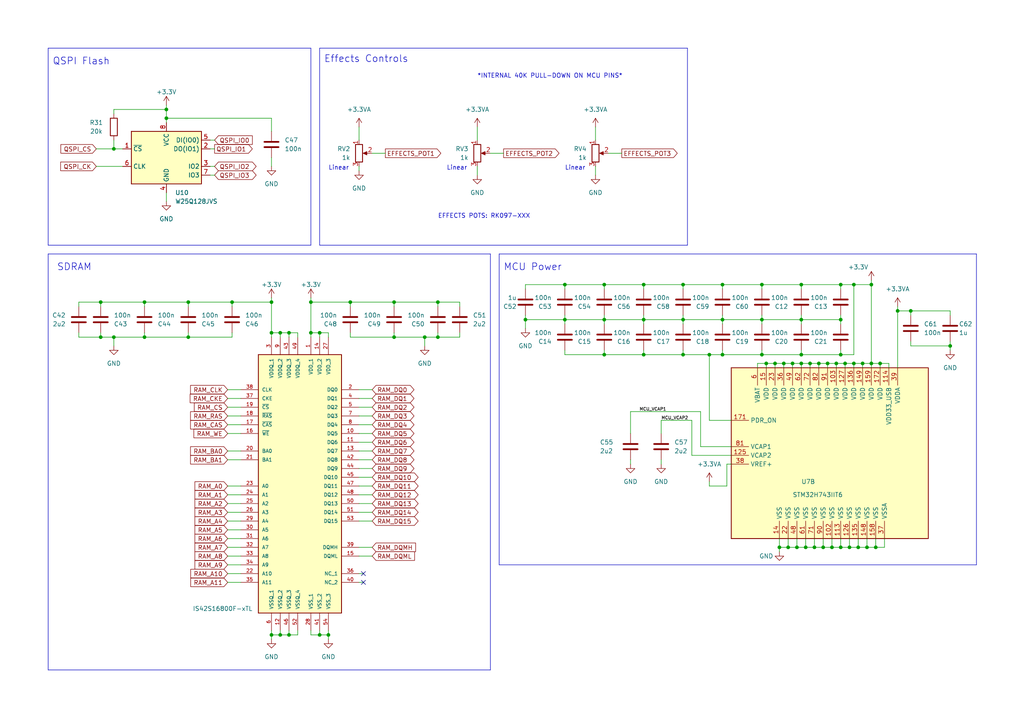
<source format=kicad_sch>
(kicad_sch (version 20230121) (generator eeschema)
  (paper "A4")
  (title_block (rev "v1.0"))
  (lib_symbols
    (symbol "Device:C" (pin_numbers hide) (pin_names (offset 0.254))
      (property "Reference" "C" (at 0.635 2.54 0))
      (property "Value" "C" (at 0.635 -2.54 0))
      (symbol "C_1_1"
        (pin passive line (at 0 3.81 270) (length 2.794) (name "~") (number "1"))
        (pin passive line (at 0 -3.81 90) (length 2.794) (name "~") (number "2"))
      )
    )
    (symbol "Device:R" (pin_numbers hide) (pin_names (offset 0))
      (property "Reference" "R" (at 2.032 0 90))
      (property "Value" "R" (at 0 0 90))
      (symbol "R_1_1"
        (pin passive line (at 0 3.81 270) (length 1.27) (name "~") (number "1"))
        (pin passive line (at 0 -3.81 90) (length 1.27) (name "~") (number "2"))
      )
    )
    (symbol "Device:R_Potentiometer" (pin_names (offset 1.016) hide)
      (property "Reference" "RV" (at -4.445 0 90))
      (property "Value" "R_Potentiometer" (at -2.54 0 90))
      (symbol "R_Potentiometer_1_1"
        (pin passive line (at 0 3.81 270) (length 1.27) (name "1") (number "1"))
        (pin passive line (at 3.81 0 180) (length 1.27) (name "2") (number "2"))
        (pin passive line (at 0 -3.81 90) (length 1.27) (name "3") (number "3"))
      )
    )
    (symbol "MCU_ST_STM32H7:STM32H743IITx"
      (property "Reference" "U7" (at -7.62 -8.89 0))
      (property "Value" "STM32H743IIT6" (at -10.16 -12.7 0))
      (symbol "STM32H743IITx_1_1"
        (pin bidirectional line (at -34.29 2.54 0) (length 5.08) (name "PC15") (number "10"))
        (pin bidirectional line (at -34.29 -33.02 0) (length 5.08) (name "PD12") (number "100"))
        (pin bidirectional line (at -34.29 -35.56 0) (length 5.08) (name "PD13") (number "101"))
        (pin bidirectional line (at -34.29 -38.1 0) (length 5.08) (name "PD14") (number "104"))
        (pin bidirectional line (at -34.29 -40.64 0) (length 5.08) (name "PD15") (number "105"))
        (pin bidirectional line (at -34.29 25.4 0) (length 5.08) (name "PC6") (number "115"))
        (pin bidirectional line (at -34.29 22.86 0) (length 5.08) (name "PC7") (number "116"))
        (pin bidirectional line (at -34.29 20.32 0) (length 5.08) (name "PC8") (number "117"))
        (pin bidirectional line (at -34.29 17.78 0) (length 5.08) (name "PC9") (number "118"))
        (pin bidirectional line (at 36.83 20.32 180) (length 5.08) (name "PA8") (number "119"))
        (pin bidirectional line (at 36.83 17.78 180) (length 5.08) (name "PA9") (number "120"))
        (pin bidirectional line (at 36.83 15.24 180) (length 5.08) (name "PA10") (number "121"))
        (pin bidirectional line (at 36.83 7.62 180) (length 5.08) (name "PA13") (number "124"))
        (pin bidirectional line (at 36.83 5.08 180) (length 5.08) (name "PA14") (number "137"))
        (pin bidirectional line (at 36.83 2.54 180) (length 5.08) (name "PA15") (number "138"))
        (pin bidirectional line (at -34.29 15.24 0) (length 5.08) (name "PC10") (number "139"))
        (pin bidirectional line (at -34.29 12.7 0) (length 5.08) (name "PC11") (number "140"))
        (pin bidirectional line (at -34.29 10.16 0) (length 5.08) (name "PC12") (number "141"))
        (pin bidirectional line (at -34.29 -2.54 0) (length 5.08) (name "PD0") (number "142"))
        (pin bidirectional line (at -34.29 -5.08 0) (length 5.08) (name "PD1") (number "143"))
        (pin bidirectional line (at -34.29 -7.62 0) (length 5.08) (name "PD2") (number "144"))
        (pin bidirectional line (at -34.29 -10.16 0) (length 5.08) (name "PD3") (number "145"))
        (pin bidirectional line (at -34.29 -12.7 0) (length 5.08) (name "PD4") (number "146"))
        (pin bidirectional line (at -34.29 -15.24 0) (length 5.08) (name "PD5") (number "147"))
        (pin bidirectional line (at -34.29 -17.78 0) (length 5.08) (name "PD6") (number "150"))
        (pin bidirectional line (at -34.29 -20.32 0) (length 5.08) (name "PD7") (number "151"))
        (pin bidirectional line (at 36.83 -10.16 180) (length 5.08) (name "PB3") (number "161"))
        (pin bidirectional line (at 36.83 -12.7 180) (length 5.08) (name "PB4") (number "162"))
        (pin bidirectional line (at 36.83 -15.24 180) (length 5.08) (name "PB5") (number "163"))
        (pin bidirectional line (at 36.83 -17.78 180) (length 5.08) (name "PB6") (number "164"))
        (pin bidirectional line (at 36.83 -20.32 180) (length 5.08) (name "PB7") (number "165"))
        (pin bidirectional line (at 36.83 -22.86 180) (length 5.08) (name "PB8") (number "167"))
        (pin bidirectional line (at 36.83 -25.4 180) (length 5.08) (name "PB9") (number "168"))
        (pin bidirectional line (at -34.29 40.64 0) (length 5.08) (name "PC0") (number "32"))
        (pin bidirectional line (at -34.29 38.1 0) (length 5.08) (name "PC1") (number "33"))
        (pin bidirectional line (at -34.29 35.56 0) (length 5.08) (name "PC2_C") (number "34"))
        (pin bidirectional line (at -34.29 33.02 0) (length 5.08) (name "PC3_C") (number "35"))
        (pin bidirectional line (at 36.83 40.64 180) (length 5.08) (name "PA0") (number "40"))
        (pin bidirectional line (at 36.83 38.1 180) (length 5.08) (name "PA1") (number "41"))
        (pin bidirectional line (at 36.83 35.56 180) (length 5.08) (name "PA2") (number "42"))
        (pin bidirectional line (at 36.83 33.02 180) (length 5.08) (name "PA3") (number "47"))
        (pin bidirectional line (at 36.83 30.48 180) (length 5.08) (name "PA4") (number "50"))
        (pin bidirectional line (at 36.83 27.94 180) (length 5.08) (name "PA5") (number "51"))
        (pin bidirectional line (at 36.83 25.4 180) (length 5.08) (name "PA6") (number "52"))
        (pin bidirectional line (at 36.83 22.86 180) (length 5.08) (name "PA7") (number "53"))
        (pin bidirectional line (at -34.29 30.48 0) (length 5.08) (name "PC4") (number "54"))
        (pin bidirectional line (at -34.29 27.94 0) (length 5.08) (name "PC5") (number "55"))
        (pin bidirectional line (at 36.83 -2.54 180) (length 5.08) (name "PB0") (number "56"))
        (pin bidirectional line (at 36.83 -5.08 180) (length 5.08) (name "PB1") (number "57"))
        (pin bidirectional line (at 36.83 -7.62 180) (length 5.08) (name "PB2") (number "58"))
        (pin bidirectional line (at 36.83 -27.94 180) (length 5.08) (name "PB10") (number "79"))
        (pin bidirectional line (at -34.29 7.62 0) (length 5.08) (name "PC13") (number "8"))
        (pin bidirectional line (at 36.83 -30.48 180) (length 5.08) (name "PB11") (number "80"))
        (pin bidirectional line (at -34.29 5.08 0) (length 5.08) (name "PC14") (number "9"))
        (pin bidirectional line (at 36.83 -33.02 180) (length 5.08) (name "PB12") (number "92"))
        (pin bidirectional line (at 36.83 -35.56 180) (length 5.08) (name "PB13") (number "93"))
        (pin bidirectional line (at 36.83 -38.1 180) (length 5.08) (name "PB14") (number "94"))
        (pin bidirectional line (at 36.83 -40.64 180) (length 5.08) (name "PB15") (number "95"))
        (pin bidirectional line (at -34.29 -22.86 0) (length 5.08) (name "PD8") (number "96"))
        (pin bidirectional line (at -34.29 -25.4 0) (length 5.08) (name "PD9") (number "97"))
        (pin bidirectional line (at -34.29 -27.94 0) (length 5.08) (name "PD10") (number "98"))
        (pin bidirectional line (at -34.29 -30.48 0) (length 5.08) (name "PD11") (number "99"))
      )
      (symbol "STM32H743IITx_2_1"
        (pin power_in line (at 1.27 -25.4 90) (length 5.08) (name "VSS") (number "102"))
        (pin power_in line (at 2.54 24.13 270) (length 5.08) (name "VDD") (number "103"))
        (pin power_in line (at 3.81 -25.4 90) (length 5.08) (name "VSS") (number "113"))
        (pin power_in line (at 17.78 24.13 270) (length 5.08) (name "VDD33_USB") (number "114"))
        (pin power_in line (at -27.94 -1.27 0) (length 5.08) (name "VCAP2") (number "125"))
        (pin power_in line (at 6.35 -25.4 90) (length 5.08) (name "VSS") (number "126"))
        (pin power_in line (at 5.08 24.13 270) (length 5.08) (name "VDD") (number "127"))
        (pin power_in line (at 8.89 -25.4 90) (length 5.08) (name "VSS") (number "135"))
        (pin power_in line (at 7.62 24.13 270) (length 5.08) (name "VDD") (number "136"))
        (pin power_in line (at -13.97 -25.4 90) (length 5.08) (name "VSS") (number "14"))
        (pin power_in line (at 11.43 -25.4 90) (length 5.08) (name "VSS") (number "148"))
        (pin power_in line (at 10.16 24.13 270) (length 5.08) (name "VDD") (number "149"))
        (pin power_in line (at -17.78 24.13 270) (length 5.08) (name "VDD") (number "15"))
        (pin power_in line (at 13.97 -25.4 90) (length 5.08) (name "VSS") (number "158"))
        (pin power_in line (at 12.7 24.13 270) (length 5.08) (name "VDD") (number "159"))
        (pin input line (at -27.94 8.89 0) (length 5.08) (name "PDR_ON") (number "171"))
        (pin power_in line (at 15.24 24.13 270) (length 5.08) (name "VDD") (number "172"))
        (pin power_in line (at -11.43 -25.4 90) (length 5.08) (name "VSS") (number "22"))
        (pin power_in line (at -15.24 24.13 270) (length 5.08) (name "VDD") (number "23"))
        (pin power_in line (at -12.7 24.13 270) (length 5.08) (name "VDD") (number "36"))
        (pin power_in line (at 16.51 -25.4 90) (length 5.08) (name "VSSA") (number "37"))
        (pin bidirectional line (at -27.94 -3.81 0) (length 5.08) (name "VREF+") (number "38"))
        (pin power_in line (at 20.32 24.13 270) (length 5.08) (name "VDDA") (number "39"))
        (pin power_in line (at -8.89 -25.4 90) (length 5.08) (name "VSS") (number "48"))
        (pin power_in line (at -10.16 24.13 270) (length 5.08) (name "VDD") (number "49"))
        (pin power_in line (at -20.32 24.13 270) (length 5.08) (name "VBAT") (number "6"))
        (pin power_in line (at -6.35 -25.4 90) (length 5.08) (name "VSS") (number "61"))
        (pin power_in line (at -7.62 24.13 270) (length 5.08) (name "VDD") (number "62"))
        (pin power_in line (at -3.81 -25.4 90) (length 5.08) (name "VSS") (number "71"))
        (pin power_in line (at -5.08 24.13 270) (length 5.08) (name "VDD") (number "72"))
        (pin power_in line (at -27.94 1.27 0) (length 5.08) (name "VCAP1") (number "81"))
        (pin power_in line (at -2.54 24.13 270) (length 5.08) (name "VDD") (number "82"))
        (pin power_in line (at -1.27 -25.4 90) (length 5.08) (name "VSS") (number "90"))
        (pin power_in line (at 0 24.13 270) (length 5.08) (name "VDD") (number "91"))
      )
      (symbol "STM32H743IITx_3_1"
        (pin bidirectional line (at 11.43 1.27 180) (length 5.08) (name "PA11") (number "122"))
        (pin bidirectional line (at 11.43 -1.27 180) (length 5.08) (name "PA12") (number "123"))
        (pin input line (at -12.7 -3.81 0) (length 5.08) (name "BOOT0") (number "166"))
        (pin input line (at -12.7 3.81 0) (length 5.08) (name "NRST") (number "31"))
      )
      (symbol "STM32H743IITx_4_1"
        (pin bidirectional line (at 35.56 101.6 180) (length 5.08) (name "PE2") (number "1"))
        (pin bidirectional line (at -35.56 25.4 0) (length 5.08) (name "PG2") (number "106"))
        (pin bidirectional line (at -35.56 22.86 0) (length 5.08) (name "PG3") (number "107"))
        (pin bidirectional line (at -35.56 20.32 0) (length 5.08) (name "PG4") (number "108"))
        (pin bidirectional line (at -35.56 17.78 0) (length 5.08) (name "PG5") (number "109"))
        (pin bidirectional line (at -35.56 83.82 0) (length 5.08) (name "PI9") (number "11"))
        (pin bidirectional line (at -35.56 15.24 0) (length 5.08) (name "PG6") (number "110"))
        (pin bidirectional line (at -35.56 12.7 0) (length 5.08) (name "PG7") (number "111"))
        (pin bidirectional line (at -35.56 10.16 0) (length 5.08) (name "PG8") (number "112"))
        (pin bidirectional line (at -35.56 81.28 0) (length 5.08) (name "PI10") (number "12"))
        (pin bidirectional line (at -35.56 40.64 0) (length 5.08) (name "PH13") (number "128"))
        (pin bidirectional line (at -35.56 38.1 0) (length 5.08) (name "PH14") (number "129"))
        (pin bidirectional line (at -35.56 78.74 0) (length 5.08) (name "PI11") (number "13"))
        (pin bidirectional line (at -35.56 35.56 0) (length 5.08) (name "PH15") (number "130"))
        (pin bidirectional line (at -35.56 106.68 0) (length 5.08) (name "PI0") (number "131"))
        (pin bidirectional line (at -35.56 104.14 0) (length 5.08) (name "PI1") (number "132"))
        (pin bidirectional line (at -35.56 101.6 0) (length 5.08) (name "PI2") (number "133"))
        (pin bidirectional line (at -35.56 99.06 0) (length 5.08) (name "PI3") (number "134"))
        (pin bidirectional line (at -35.56 7.62 0) (length 5.08) (name "PG9") (number "152"))
        (pin bidirectional line (at -35.56 5.08 0) (length 5.08) (name "PG10") (number "153"))
        (pin bidirectional line (at -35.56 2.54 0) (length 5.08) (name "PG11") (number "154"))
        (pin bidirectional line (at -35.56 0 0) (length 5.08) (name "PG12") (number "155"))
        (pin bidirectional line (at -35.56 -2.54 0) (length 5.08) (name "PG13") (number "156"))
        (pin bidirectional line (at -35.56 -5.08 0) (length 5.08) (name "PG14") (number "157"))
        (pin bidirectional line (at 35.56 62.23 180) (length 5.08) (name "PF0") (number "16"))
        (pin bidirectional line (at -35.56 -7.62 0) (length 5.08) (name "PG15") (number "160"))
        (pin bidirectional line (at 35.56 106.68 180) (length 5.08) (name "PE0") (number "169"))
        (pin bidirectional line (at 35.56 59.69 180) (length 5.08) (name "PF1") (number "17"))
        (pin bidirectional line (at 35.56 104.14 180) (length 5.08) (name "PE1") (number "170"))
        (pin bidirectional line (at -35.56 96.52 0) (length 5.08) (name "PI4") (number "173"))
        (pin bidirectional line (at -35.56 93.98 0) (length 5.08) (name "PI5") (number "174"))
        (pin bidirectional line (at -35.56 91.44 0) (length 5.08) (name "PI6") (number "175"))
        (pin bidirectional line (at -35.56 88.9 0) (length 5.08) (name "PI7") (number "176"))
        (pin bidirectional line (at 35.56 57.15 180) (length 5.08) (name "PF2") (number "18"))
        (pin bidirectional line (at 35.56 54.61 180) (length 5.08) (name "PF3") (number "19"))
        (pin bidirectional line (at 35.56 99.06 180) (length 5.08) (name "PE3") (number "2"))
        (pin bidirectional line (at 35.56 52.07 180) (length 5.08) (name "PF4") (number "20"))
        (pin bidirectional line (at 35.56 49.53 180) (length 5.08) (name "PF5") (number "21"))
        (pin bidirectional line (at 35.56 46.99 180) (length 5.08) (name "PF6") (number "24"))
        (pin bidirectional line (at 35.56 44.45 180) (length 5.08) (name "PF7") (number "25"))
        (pin bidirectional line (at 35.56 41.91 180) (length 5.08) (name "PF8") (number "26"))
        (pin bidirectional line (at 35.56 39.37 180) (length 5.08) (name "PF9") (number "27"))
        (pin bidirectional line (at 35.56 36.83 180) (length 5.08) (name "PF10") (number "28"))
        (pin input line (at -35.56 73.66 0) (length 5.08) (name "PH0") (number "29"))
        (pin bidirectional line (at 35.56 96.52 180) (length 5.08) (name "PE4") (number "3"))
        (pin input line (at -35.56 71.12 0) (length 5.08) (name "PH1") (number "30"))
        (pin bidirectional line (at 35.56 93.98 180) (length 5.08) (name "PE5") (number "4"))
        (pin bidirectional line (at -35.56 68.58 0) (length 5.08) (name "PH2") (number "43"))
        (pin bidirectional line (at -35.56 66.04 0) (length 5.08) (name "PH3") (number "44"))
        (pin bidirectional line (at -35.56 63.5 0) (length 5.08) (name "PH4") (number "45"))
        (pin bidirectional line (at -35.56 60.96 0) (length 5.08) (name "PH5") (number "46"))
        (pin bidirectional line (at 35.56 91.44 180) (length 5.08) (name "PE6") (number "5"))
        (pin bidirectional line (at 35.56 34.29 180) (length 5.08) (name "PF11") (number "59"))
        (pin bidirectional line (at 35.56 31.75 180) (length 5.08) (name "PF12") (number "60"))
        (pin bidirectional line (at 35.56 29.21 180) (length 5.08) (name "PF13") (number "63"))
        (pin bidirectional line (at 35.56 26.67 180) (length 5.08) (name "PF14") (number "64"))
        (pin bidirectional line (at 35.56 24.13 180) (length 5.08) (name "PF15") (number "65"))
        (pin bidirectional line (at -35.56 30.48 0) (length 5.08) (name "PG0") (number "66"))
        (pin bidirectional line (at -35.56 27.94 0) (length 5.08) (name "PG1") (number "67"))
        (pin bidirectional line (at 35.56 88.9 180) (length 5.08) (name "PE7") (number "68"))
        (pin bidirectional line (at 35.56 86.36 180) (length 5.08) (name "PE8") (number "69"))
        (pin bidirectional line (at -35.56 86.36 0) (length 5.08) (name "PI8") (number "7"))
        (pin bidirectional line (at 35.56 83.82 180) (length 5.08) (name "PE9") (number "70"))
        (pin bidirectional line (at 35.56 81.28 180) (length 5.08) (name "PE10") (number "73"))
        (pin bidirectional line (at 35.56 78.74 180) (length 5.08) (name "PE11") (number "74"))
        (pin bidirectional line (at 35.56 76.2 180) (length 5.08) (name "PE12") (number "75"))
        (pin bidirectional line (at 35.56 73.66 180) (length 5.08) (name "PE13") (number "76"))
        (pin bidirectional line (at 35.56 71.12 180) (length 5.08) (name "PE14") (number "77"))
        (pin bidirectional line (at 35.56 68.58 180) (length 5.08) (name "PE15") (number "78"))
        (pin bidirectional line (at -35.56 58.42 0) (length 5.08) (name "PH6") (number "83"))
        (pin bidirectional line (at -35.56 55.88 0) (length 5.08) (name "PH7") (number "84"))
        (pin bidirectional line (at -35.56 53.34 0) (length 5.08) (name "PH8") (number "85"))
        (pin bidirectional line (at -35.56 50.8 0) (length 5.08) (name "PH9") (number "86"))
        (pin bidirectional line (at -35.56 48.26 0) (length 5.08) (name "PH10") (number "87"))
        (pin bidirectional line (at -35.56 45.72 0) (length 5.08) (name "PH11") (number "88"))
        (pin bidirectional line (at -35.56 43.18 0) (length 5.08) (name "PH12") (number "89"))
      )
    )
    (symbol "Memory_Flash:W25Q128JVS"
      (property "Reference" "U" (at -8.89 8.89 0))
      (property "Value" "W25Q128JVS" (at 7.62 8.89 0))
      (symbol "W25Q128JVS_1_1"
        (pin input line (at -12.7 2.54 0) (length 2.54) (name "~{CS}") (number "1"))
        (pin bidirectional line (at 12.7 2.54 180) (length 2.54) (name "DO(IO1)") (number "2"))
        (pin bidirectional line (at 12.7 -2.54 180) (length 2.54) (name "IO2") (number "3"))
        (pin power_in line (at 0 -10.16 90) (length 2.54) (name "GND") (number "4"))
        (pin bidirectional line (at 12.7 5.08 180) (length 2.54) (name "DI(IO0)") (number "5"))
        (pin input line (at -12.7 -2.54 0) (length 2.54) (name "CLK") (number "6"))
        (pin bidirectional line (at 12.7 -5.08 180) (length 2.54) (name "IO3") (number "7"))
        (pin power_in line (at 0 10.16 270) (length 2.54) (name "VCC") (number "8"))
      )
    )
    (symbol "Memory_RAM1:IS42S16800F-xTL" (pin_names (offset 1.016))
      (property "Reference" "U8" (at -31.75 -31.75 0))
      (property "Value" "IS42S16800F-xTL" (at -31.75 -34.29 0))
      (symbol "IS42S16800F-xTL_0_0"
        (pin bidirectional line (at 2.54 44.45 270) (length 5.08) (name "VDD_1") (number "1"))
        (pin bidirectional line (at 16.51 16.51 180) (length 5.08) (name "DQ5") (number "10"))
        (pin bidirectional line (at 16.51 13.97 180) (length 5.08) (name "DQ6") (number "11"))
        (pin bidirectional line (at -6.35 -40.64 90) (length 5.08) (name "VSSQ_2") (number "12"))
        (pin bidirectional line (at 16.51 11.43 180) (length 5.08) (name "DQ7") (number "13"))
        (pin bidirectional line (at 5.08 44.45 270) (length 5.08) (name "VDD_2") (number "14"))
        (pin bidirectional line (at 16.51 -19.05 180) (length 5.08) (name "DQML") (number "15"))
        (pin bidirectional line (at -17.78 16.51 0) (length 5.08) (name "~{WE}") (number "16"))
        (pin bidirectional line (at -17.78 19.05 0) (length 5.08) (name "~{CAS}") (number "17"))
        (pin bidirectional line (at -17.78 21.59 0) (length 5.08) (name "~{RAS}") (number "18"))
        (pin bidirectional line (at -17.78 24.13 0) (length 5.08) (name "~{CS}") (number "19"))
        (pin bidirectional line (at 16.51 29.21 180) (length 5.08) (name "DQ0") (number "2"))
        (pin bidirectional line (at -17.78 11.43 0) (length 5.08) (name "BA0") (number "20"))
        (pin bidirectional line (at -17.78 8.89 0) (length 5.08) (name "BA1") (number "21"))
        (pin bidirectional line (at -17.78 -24.13 0) (length 5.08) (name "A10") (number "22"))
        (pin bidirectional line (at -17.78 1.27 0) (length 5.08) (name "A0") (number "23"))
        (pin bidirectional line (at -17.78 -1.27 0) (length 5.08) (name "A1") (number "24"))
        (pin bidirectional line (at -17.78 -3.81 0) (length 5.08) (name "A2") (number "25"))
        (pin bidirectional line (at -17.78 -6.35 0) (length 5.08) (name "A3") (number "26"))
        (pin bidirectional line (at 7.62 44.45 270) (length 5.08) (name "VDD_3") (number "27"))
        (pin bidirectional line (at 2.54 -40.64 90) (length 5.08) (name "VSS_1") (number "28"))
        (pin bidirectional line (at -17.78 -8.89 0) (length 5.08) (name "A4") (number "29"))
        (pin bidirectional line (at -8.89 44.45 270) (length 5.08) (name "VDDQ_1") (number "3"))
        (pin bidirectional line (at -17.78 -11.43 0) (length 5.08) (name "A5") (number "30"))
        (pin bidirectional line (at -17.78 -13.97 0) (length 5.08) (name "A6") (number "31"))
        (pin bidirectional line (at -17.78 -16.51 0) (length 5.08) (name "A7") (number "32"))
        (pin bidirectional line (at -17.78 -19.05 0) (length 5.08) (name "A8") (number "33"))
        (pin bidirectional line (at -17.78 -21.59 0) (length 5.08) (name "A9") (number "34"))
        (pin bidirectional line (at -17.78 -26.67 0) (length 5.08) (name "A11") (number "35"))
        (pin bidirectional line (at 16.51 -24.13 180) (length 5.08) (name "NC_1") (number "36"))
        (pin bidirectional line (at -17.78 26.67 0) (length 5.08) (name "CKE") (number "37"))
        (pin bidirectional line (at -17.78 29.21 0) (length 5.08) (name "CLK") (number "38"))
        (pin bidirectional line (at 16.51 -16.51 180) (length 5.08) (name "DQMH") (number "39"))
        (pin bidirectional line (at 16.51 26.67 180) (length 5.08) (name "DQ1") (number "4"))
        (pin bidirectional line (at 16.51 -26.67 180) (length 5.08) (name "NC_2") (number "40"))
        (pin bidirectional line (at 5.08 -40.64 90) (length 5.08) (name "VSS_2") (number "41"))
        (pin bidirectional line (at 16.51 8.89 180) (length 5.08) (name "DQ8") (number "42"))
        (pin bidirectional line (at -3.81 44.45 270) (length 5.08) (name "VDDQ_3") (number "43"))
        (pin bidirectional line (at 16.51 6.35 180) (length 5.08) (name "DQ9") (number "44"))
        (pin bidirectional line (at 16.51 3.81 180) (length 5.08) (name "DQ10") (number "45"))
        (pin bidirectional line (at -3.81 -40.64 90) (length 5.08) (name "VSSQ_3") (number "46"))
        (pin bidirectional line (at 16.51 1.27 180) (length 5.08) (name "DQ11") (number "47"))
        (pin bidirectional line (at 16.51 -1.27 180) (length 5.08) (name "DQ12") (number "48"))
        (pin bidirectional line (at -1.27 44.45 270) (length 5.08) (name "VDDQ_4") (number "49"))
        (pin bidirectional line (at 16.51 24.13 180) (length 5.08) (name "DQ2") (number "5"))
        (pin bidirectional line (at 16.51 -3.81 180) (length 5.08) (name "DQ13") (number "50"))
        (pin bidirectional line (at 16.51 -6.35 180) (length 5.08) (name "DQ14") (number "51"))
        (pin bidirectional line (at -1.27 -40.64 90) (length 5.08) (name "VSSQ_4") (number "52"))
        (pin bidirectional line (at 16.51 -8.89 180) (length 5.08) (name "DQ15") (number "53"))
        (pin bidirectional line (at 7.62 -40.64 90) (length 5.08) (name "VSS_3") (number "54"))
        (pin bidirectional line (at -8.89 -40.64 90) (length 5.08) (name "VSSQ_1") (number "6"))
        (pin bidirectional line (at 16.51 21.59 180) (length 5.08) (name "DQ3") (number "7"))
        (pin bidirectional line (at 16.51 19.05 180) (length 5.08) (name "DQ4") (number "8"))
        (pin bidirectional line (at -6.35 44.45 270) (length 5.08) (name "VDDQ_2") (number "9"))
      )
    )
    (symbol "power:+3.3V" (power) (pin_names (offset 0))
      (property "Value" "+3.3V" (at 0 3.556 0))
      (symbol "+3.3V_1_1"
        (pin power_in line (at 0 0 90) (length 0) hide (name "+3.3V") (number "1"))
      )
    )
    (symbol "power:+3.3VA" (power) (pin_names (offset 0))
      (property "Value" "+3.3VA" (at 0 3.556 0))
      (symbol "+3.3VA_1_1"
        (pin power_in line (at 0 0 90) (length 0) hide (name "+3.3VA") (number "1"))
      )
    )
    (symbol "power:GND" (power) (pin_names (offset 0))
      (property "Value" "GND" (at 0 -3.81 0))
      (symbol "GND_1_1"
        (pin power_in line (at 0 0 270) (length 0) hide (name "GND") (number "1"))
      )
    )
  )
  (junction (at 220.98 92.71))
  (junction (at 95.25 184.15))
  (junction (at 220.98 82.55))
  (junction (at 33.02 97.79))
  (junction (at 41.91 87.63))
  (junction (at 243.84 82.55))
  (junction (at 41.91 97.79))
  (junction (at 205.74 102.87))
  (junction (at 127 97.79))
  (junction (at 186.69 92.71))
  (junction (at 123.19 97.79))
  (junction (at 245.11 105.41))
  (junction (at 92.71 184.15))
  (junction (at 227.33 105.41))
  (junction (at 222.25 105.41))
  (junction (at 175.26 102.87))
  (junction (at 252.73 82.55))
  (junction (at 238.76 158.75))
  (junction (at 198.12 92.71))
  (junction (at 29.21 87.63))
  (junction (at 92.71 96.52))
  (junction (at 67.31 87.63))
  (junction (at 248.92 158.75))
  (junction (at 78.74 87.63))
  (junction (at 101.6 87.63))
  (junction (at 209.55 92.71))
  (junction (at 233.68 158.75))
  (junction (at 90.17 96.52))
  (junction (at 48.26 34.29))
  (junction (at 175.26 92.71))
  (junction (at 254 158.75))
  (junction (at 186.69 82.55))
  (junction (at 198.12 102.87))
  (junction (at 220.98 102.87))
  (junction (at 114.3 87.63))
  (junction (at 54.61 87.63))
  (junction (at 228.6 158.75))
  (junction (at 33.02 43.18))
  (junction (at 198.12 82.55))
  (junction (at 242.57 105.41))
  (junction (at 234.95 105.41))
  (junction (at 264.16 90.17))
  (junction (at 260.35 90.17))
  (junction (at 275.59 100.33))
  (junction (at 83.82 184.15))
  (junction (at 209.55 82.55))
  (junction (at 247.65 82.55))
  (junction (at 163.83 82.55))
  (junction (at 81.28 184.15))
  (junction (at 232.41 92.71))
  (junction (at 83.82 96.52))
  (junction (at 78.74 96.52))
  (junction (at 163.83 92.71))
  (junction (at 209.55 102.87))
  (junction (at 48.26 31.75))
  (junction (at 255.27 105.41))
  (junction (at 232.41 82.55))
  (junction (at 240.03 105.41))
  (junction (at 236.22 158.75))
  (junction (at 229.87 105.41))
  (junction (at 232.41 102.87))
  (junction (at 243.84 158.75))
  (junction (at 152.4 92.71))
  (junction (at 243.84 102.87))
  (junction (at 237.49 105.41))
  (junction (at 114.3 97.79))
  (junction (at 251.46 158.75))
  (junction (at 252.73 105.41))
  (junction (at 29.21 97.79))
  (junction (at 226.06 158.75))
  (junction (at 175.26 82.55))
  (junction (at 127 87.63))
  (junction (at 78.74 184.15))
  (junction (at 186.69 102.87))
  (junction (at 250.19 105.41))
  (junction (at 54.61 97.79))
  (junction (at 231.14 158.75))
  (junction (at 243.84 92.71))
  (junction (at 247.65 105.41))
  (junction (at 232.41 105.41))
  (junction (at 246.38 158.75))
  (junction (at 81.28 96.52))
  (junction (at 90.17 87.63))
  (junction (at 224.79 105.41))
  (junction (at 241.3 158.75))
  (no_connect (at 105.41 166.37))
  (no_connect (at 105.41 168.91))
  (polyline (pts (xy 142.24 194.31) (xy 13.97 194.31)))
  (wire (pts (xy 248.92 156.21) (xy 248.92 158.75)))
  (wire (pts (xy 66.04 133.35) (xy 69.85 133.35)))
  (wire (pts (xy 186.69 92.71) (xy 198.12 92.71)))
  (wire (pts (xy 123.19 97.79) (xy 123.19 100.33)))
  (wire (pts (xy 186.69 82.55) (xy 186.69 83.82)))
  (wire (pts (xy 260.35 88.9) (xy 260.35 90.17)))
  (wire (pts (xy 86.36 184.15) (xy 86.36 182.88)))
  (wire (pts (xy 232.41 82.55) (xy 243.84 82.55)))
  (wire (pts (xy 81.28 96.52) (xy 83.82 96.52)))
  (wire (pts (xy 78.74 184.15) (xy 78.74 185.42)))
  (wire (pts (xy 29.21 96.52) (xy 29.21 97.79)))
  (wire (pts (xy 205.74 140.97) (xy 205.74 139.7)))
  (wire (pts (xy 152.4 92.71) (xy 152.4 91.44)))
  (wire (pts (xy 236.22 158.75) (xy 238.76 158.75)))
  (wire (pts (xy 186.69 92.71) (xy 175.26 92.71)))
  (wire (pts (xy 275.59 100.33) (xy 264.16 100.33)))
  (wire (pts (xy 203.2 129.54) (xy 212.09 129.54)))
  (wire (pts (xy 66.04 146.05) (xy 69.85 146.05)))
  (wire (pts (xy 186.69 102.87) (xy 175.26 102.87)))
  (wire (pts (xy 81.28 97.79) (xy 81.28 96.52)))
  (wire (pts (xy 27.94 43.18) (xy 33.02 43.18)))
  (wire (pts (xy 229.87 105.41) (xy 229.87 106.68)))
  (wire (pts (xy 175.26 91.44) (xy 175.26 92.71)))
  (wire (pts (xy 228.6 156.21) (xy 228.6 158.75)))
  (wire (pts (xy 200.66 121.92) (xy 191.77 121.92)))
  (wire (pts (xy 209.55 102.87) (xy 220.98 102.87)))
  (wire (pts (xy 243.84 92.71) (xy 232.41 92.71)))
  (wire (pts (xy 245.11 105.41) (xy 245.11 106.68)))
  (wire (pts (xy 92.71 96.52) (xy 90.17 96.52)))
  (wire (pts (xy 186.69 92.71) (xy 186.69 93.98)))
  (wire (pts (xy 138.43 48.26) (xy 138.43 50.8)))
  (wire (pts (xy 250.19 105.41) (xy 247.65 105.41)))
  (wire (pts (xy 104.14 123.19) (xy 107.95 123.19)))
  (wire (pts (xy 90.17 182.88) (xy 90.17 184.15)))
  (wire (pts (xy 104.14 151.13) (xy 107.95 151.13)))
  (wire (pts (xy 257.81 105.41) (xy 255.27 105.41)))
  (wire (pts (xy 22.86 87.63) (xy 22.86 88.9)))
  (wire (pts (xy 186.69 91.44) (xy 186.69 92.71)))
  (wire (pts (xy 275.59 90.17) (xy 264.16 90.17)))
  (wire (pts (xy 104.14 166.37) (xy 105.41 166.37)))
  (wire (pts (xy 176.53 44.45) (xy 180.34 44.45)))
  (wire (pts (xy 83.82 182.88) (xy 83.82 184.15)))
  (wire (pts (xy 66.04 118.11) (xy 69.85 118.11)))
  (wire (pts (xy 232.41 82.55) (xy 232.41 83.82)))
  (wire (pts (xy 243.84 101.6) (xy 243.84 102.87)))
  (wire (pts (xy 243.84 156.21) (xy 243.84 158.75)))
  (wire (pts (xy 163.83 92.71) (xy 175.26 92.71)))
  (wire (pts (xy 247.65 105.41) (xy 247.65 106.68)))
  (wire (pts (xy 104.14 128.27) (xy 107.95 128.27)))
  (wire (pts (xy 182.88 133.35) (xy 182.88 134.62)))
  (wire (pts (xy 220.98 92.71) (xy 232.41 92.71)))
  (wire (pts (xy 198.12 102.87) (xy 205.74 102.87)))
  (polyline (pts (xy 283.21 73.66) (xy 283.21 163.83)))
  (wire (pts (xy 33.02 33.02) (xy 33.02 31.75)))
  (wire (pts (xy 142.24 44.45) (xy 146.05 44.45)))
  (wire (pts (xy 238.76 158.75) (xy 241.3 158.75)))
  (wire (pts (xy 66.04 125.73) (xy 69.85 125.73)))
  (wire (pts (xy 81.28 182.88) (xy 81.28 184.15)))
  (polyline (pts (xy 13.97 73.66) (xy 142.24 73.66)))
  (wire (pts (xy 78.74 184.15) (xy 81.28 184.15)))
  (wire (pts (xy 104.14 135.89) (xy 107.95 135.89)))
  (wire (pts (xy 252.73 105.41) (xy 252.73 106.68)))
  (wire (pts (xy 220.98 102.87) (xy 232.41 102.87)))
  (wire (pts (xy 243.84 82.55) (xy 247.65 82.55)))
  (wire (pts (xy 260.35 90.17) (xy 264.16 90.17)))
  (wire (pts (xy 222.25 105.41) (xy 224.79 105.41)))
  (wire (pts (xy 198.12 82.55) (xy 198.12 83.82)))
  (wire (pts (xy 233.68 156.21) (xy 233.68 158.75)))
  (wire (pts (xy 172.72 36.83) (xy 172.72 40.64)))
  (wire (pts (xy 275.59 90.17) (xy 275.59 91.44)))
  (wire (pts (xy 240.03 105.41) (xy 240.03 106.68)))
  (wire (pts (xy 163.83 82.55) (xy 175.26 82.55)))
  (wire (pts (xy 78.74 87.63) (xy 67.31 87.63)))
  (wire (pts (xy 78.74 182.88) (xy 78.74 184.15)))
  (wire (pts (xy 210.82 134.62) (xy 212.09 134.62)))
  (wire (pts (xy 209.55 82.55) (xy 209.55 83.82)))
  (wire (pts (xy 104.14 125.73) (xy 107.95 125.73)))
  (wire (pts (xy 220.98 82.55) (xy 232.41 82.55)))
  (wire (pts (xy 60.96 50.8) (xy 62.23 50.8)))
  (wire (pts (xy 33.02 40.64) (xy 33.02 43.18)))
  (wire (pts (xy 41.91 96.52) (xy 41.91 97.79)))
  (wire (pts (xy 66.04 140.97) (xy 69.85 140.97)))
  (wire (pts (xy 104.14 113.03) (xy 107.95 113.03)))
  (wire (pts (xy 123.19 97.79) (xy 127 97.79)))
  (wire (pts (xy 251.46 156.21) (xy 251.46 158.75)))
  (wire (pts (xy 163.83 101.6) (xy 163.83 102.87)))
  (wire (pts (xy 231.14 158.75) (xy 233.68 158.75)))
  (wire (pts (xy 48.26 31.75) (xy 48.26 34.29)))
  (wire (pts (xy 78.74 86.36) (xy 78.74 87.63)))
  (wire (pts (xy 219.71 105.41) (xy 222.25 105.41)))
  (wire (pts (xy 33.02 97.79) (xy 33.02 100.33)))
  (wire (pts (xy 104.14 120.65) (xy 107.95 120.65)))
  (wire (pts (xy 205.74 102.87) (xy 209.55 102.87)))
  (polyline (pts (xy 199.39 71.12) (xy 92.71 71.12)))
  (wire (pts (xy 241.3 156.21) (xy 241.3 158.75)))
  (wire (pts (xy 222.25 105.41) (xy 222.25 106.68)))
  (polyline (pts (xy 144.78 73.66) (xy 283.21 73.66)))
  (wire (pts (xy 209.55 101.6) (xy 209.55 102.87)))
  (wire (pts (xy 175.26 92.71) (xy 175.26 93.98)))
  (wire (pts (xy 260.35 90.17) (xy 260.35 106.68)))
  (wire (pts (xy 78.74 96.52) (xy 78.74 87.63)))
  (wire (pts (xy 182.88 119.38) (xy 182.88 125.73)))
  (wire (pts (xy 198.12 92.71) (xy 198.12 93.98)))
  (wire (pts (xy 67.31 87.63) (xy 54.61 87.63)))
  (polyline (pts (xy 90.17 13.97) (xy 90.17 71.12)))
  (wire (pts (xy 60.96 40.64) (xy 62.23 40.64)))
  (wire (pts (xy 78.74 97.79) (xy 78.74 96.52)))
  (wire (pts (xy 243.84 91.44) (xy 243.84 92.71)))
  (wire (pts (xy 210.82 140.97) (xy 205.74 140.97)))
  (wire (pts (xy 236.22 156.21) (xy 236.22 158.75)))
  (wire (pts (xy 212.09 132.08) (xy 200.66 132.08)))
  (polyline (pts (xy 199.39 13.97) (xy 199.39 71.12)))
  (wire (pts (xy 41.91 88.9) (xy 41.91 87.63)))
  (wire (pts (xy 232.41 92.71) (xy 232.41 93.98)))
  (wire (pts (xy 219.71 106.68) (xy 219.71 105.41)))
  (wire (pts (xy 66.04 120.65) (xy 69.85 120.65)))
  (wire (pts (xy 66.04 130.81) (xy 69.85 130.81)))
  (wire (pts (xy 246.38 156.21) (xy 246.38 158.75)))
  (wire (pts (xy 127 87.63) (xy 127 88.9)))
  (wire (pts (xy 175.26 102.87) (xy 163.83 102.87)))
  (wire (pts (xy 48.26 30.48) (xy 48.26 31.75)))
  (wire (pts (xy 81.28 96.52) (xy 78.74 96.52)))
  (wire (pts (xy 209.55 91.44) (xy 209.55 92.71)))
  (wire (pts (xy 228.6 158.75) (xy 231.14 158.75)))
  (wire (pts (xy 104.14 168.91) (xy 105.41 168.91)))
  (wire (pts (xy 232.41 101.6) (xy 232.41 102.87)))
  (wire (pts (xy 275.59 100.33) (xy 275.59 101.6)))
  (wire (pts (xy 232.41 91.44) (xy 232.41 92.71)))
  (wire (pts (xy 104.14 146.05) (xy 107.95 146.05)))
  (wire (pts (xy 226.06 158.75) (xy 226.06 156.21)))
  (wire (pts (xy 243.84 82.55) (xy 243.84 83.82)))
  (wire (pts (xy 95.25 97.79) (xy 95.25 96.52)))
  (wire (pts (xy 264.16 99.06) (xy 264.16 100.33)))
  (wire (pts (xy 233.68 158.75) (xy 236.22 158.75)))
  (wire (pts (xy 252.73 82.55) (xy 252.73 105.41)))
  (wire (pts (xy 250.19 105.41) (xy 250.19 106.68)))
  (wire (pts (xy 220.98 92.71) (xy 209.55 92.71)))
  (wire (pts (xy 220.98 91.44) (xy 220.98 92.71)))
  (wire (pts (xy 104.14 130.81) (xy 107.95 130.81)))
  (wire (pts (xy 200.66 132.08) (xy 200.66 121.92)))
  (wire (pts (xy 209.55 92.71) (xy 198.12 92.71)))
  (polyline (pts (xy 13.97 13.97) (xy 13.97 71.12)))
  (wire (pts (xy 114.3 87.63) (xy 127 87.63)))
  (wire (pts (xy 251.46 158.75) (xy 254 158.75)))
  (wire (pts (xy 104.14 140.97) (xy 107.95 140.97)))
  (wire (pts (xy 66.04 161.29) (xy 69.85 161.29)))
  (wire (pts (xy 95.25 96.52) (xy 92.71 96.52)))
  (wire (pts (xy 90.17 97.79) (xy 90.17 96.52)))
  (wire (pts (xy 66.04 151.13) (xy 69.85 151.13)))
  (wire (pts (xy 101.6 96.52) (xy 101.6 97.79)))
  (wire (pts (xy 33.02 43.18) (xy 35.56 43.18)))
  (wire (pts (xy 29.21 87.63) (xy 29.21 88.9)))
  (wire (pts (xy 198.12 91.44) (xy 198.12 92.71)))
  (wire (pts (xy 114.3 96.52) (xy 114.3 97.79)))
  (wire (pts (xy 54.61 97.79) (xy 67.31 97.79)))
  (wire (pts (xy 242.57 105.41) (xy 245.11 105.41)))
  (wire (pts (xy 101.6 87.63) (xy 114.3 87.63)))
  (wire (pts (xy 33.02 31.75) (xy 48.26 31.75)))
  (wire (pts (xy 241.3 158.75) (xy 243.84 158.75)))
  (wire (pts (xy 205.74 121.92) (xy 205.74 102.87)))
  (wire (pts (xy 175.26 101.6) (xy 175.26 102.87)))
  (wire (pts (xy 27.94 48.26) (xy 35.56 48.26)))
  (wire (pts (xy 243.84 102.87) (xy 232.41 102.87)))
  (polyline (pts (xy 92.71 71.12) (xy 92.71 13.97)))
  (wire (pts (xy 54.61 96.52) (xy 54.61 97.79)))
  (wire (pts (xy 163.83 82.55) (xy 163.83 83.82)))
  (wire (pts (xy 220.98 101.6) (xy 220.98 102.87)))
  (wire (pts (xy 78.74 45.72) (xy 78.74 48.26)))
  (wire (pts (xy 86.36 97.79) (xy 86.36 96.52)))
  (wire (pts (xy 127 96.52) (xy 127 97.79)))
  (wire (pts (xy 246.38 158.75) (xy 248.92 158.75)))
  (wire (pts (xy 114.3 88.9) (xy 114.3 87.63)))
  (wire (pts (xy 175.26 82.55) (xy 175.26 83.82)))
  (wire (pts (xy 95.25 184.15) (xy 95.25 185.42)))
  (wire (pts (xy 66.04 115.57) (xy 69.85 115.57)))
  (wire (pts (xy 186.69 102.87) (xy 198.12 102.87)))
  (wire (pts (xy 227.33 105.41) (xy 229.87 105.41)))
  (wire (pts (xy 275.59 99.06) (xy 275.59 100.33)))
  (wire (pts (xy 104.14 48.26) (xy 104.14 49.53)))
  (wire (pts (xy 182.88 119.38) (xy 203.2 119.38)))
  (wire (pts (xy 54.61 97.79) (xy 41.91 97.79)))
  (wire (pts (xy 172.72 48.26) (xy 172.72 50.8)))
  (wire (pts (xy 212.09 121.92) (xy 205.74 121.92)))
  (wire (pts (xy 127 97.79) (xy 133.35 97.79)))
  (wire (pts (xy 83.82 184.15) (xy 86.36 184.15)))
  (wire (pts (xy 243.84 158.75) (xy 246.38 158.75)))
  (wire (pts (xy 163.83 91.44) (xy 163.83 92.71)))
  (wire (pts (xy 152.4 83.82) (xy 152.4 82.55)))
  (wire (pts (xy 104.14 158.75) (xy 107.95 158.75)))
  (wire (pts (xy 198.12 82.55) (xy 209.55 82.55)))
  (wire (pts (xy 41.91 97.79) (xy 33.02 97.79)))
  (wire (pts (xy 198.12 101.6) (xy 198.12 102.87)))
  (wire (pts (xy 247.65 105.41) (xy 245.11 105.41)))
  (wire (pts (xy 66.04 168.91) (xy 69.85 168.91)))
  (wire (pts (xy 29.21 87.63) (xy 22.86 87.63)))
  (wire (pts (xy 67.31 96.52) (xy 67.31 97.79)))
  (wire (pts (xy 232.41 105.41) (xy 234.95 105.41)))
  (polyline (pts (xy 92.71 13.97) (xy 199.39 13.97)))
  (wire (pts (xy 224.79 105.41) (xy 224.79 106.68)))
  (wire (pts (xy 229.87 105.41) (xy 232.41 105.41)))
  (wire (pts (xy 243.84 102.87) (xy 247.65 102.87)))
  (wire (pts (xy 90.17 87.63) (xy 101.6 87.63)))
  (wire (pts (xy 54.61 87.63) (xy 41.91 87.63)))
  (wire (pts (xy 234.95 105.41) (xy 237.49 105.41)))
  (wire (pts (xy 227.33 105.41) (xy 227.33 106.68)))
  (wire (pts (xy 90.17 184.15) (xy 92.71 184.15)))
  (wire (pts (xy 209.55 92.71) (xy 209.55 93.98)))
  (wire (pts (xy 175.26 82.55) (xy 186.69 82.55)))
  (wire (pts (xy 255.27 105.41) (xy 255.27 106.68)))
  (wire (pts (xy 67.31 87.63) (xy 67.31 88.9)))
  (wire (pts (xy 66.04 158.75) (xy 69.85 158.75)))
  (wire (pts (xy 92.71 184.15) (xy 95.25 184.15)))
  (wire (pts (xy 83.82 96.52) (xy 86.36 96.52)))
  (wire (pts (xy 242.57 105.41) (xy 242.57 106.68)))
  (polyline (pts (xy 13.97 73.66) (xy 13.97 194.31)))
  (wire (pts (xy 232.41 105.41) (xy 232.41 106.68)))
  (wire (pts (xy 209.55 82.55) (xy 220.98 82.55)))
  (wire (pts (xy 101.6 87.63) (xy 101.6 88.9)))
  (wire (pts (xy 226.06 160.02) (xy 226.06 158.75)))
  (wire (pts (xy 237.49 105.41) (xy 240.03 105.41)))
  (wire (pts (xy 238.76 156.21) (xy 238.76 158.75)))
  (wire (pts (xy 163.83 92.71) (xy 152.4 92.71)))
  (wire (pts (xy 257.81 105.41) (xy 257.81 106.68)))
  (wire (pts (xy 41.91 87.63) (xy 29.21 87.63)))
  (wire (pts (xy 114.3 97.79) (xy 123.19 97.79)))
  (wire (pts (xy 66.04 163.83) (xy 69.85 163.83)))
  (wire (pts (xy 66.04 143.51) (xy 69.85 143.51)))
  (wire (pts (xy 60.96 43.18) (xy 62.23 43.18)))
  (wire (pts (xy 66.04 148.59) (xy 69.85 148.59)))
  (wire (pts (xy 186.69 101.6) (xy 186.69 102.87)))
  (wire (pts (xy 78.74 34.29) (xy 78.74 38.1)))
  (polyline (pts (xy 144.78 73.66) (xy 144.78 163.83)))
  (wire (pts (xy 81.28 184.15) (xy 83.82 184.15)))
  (wire (pts (xy 226.06 158.75) (xy 228.6 158.75)))
  (wire (pts (xy 152.4 92.71) (xy 152.4 95.25)))
  (wire (pts (xy 191.77 133.35) (xy 191.77 134.62)))
  (wire (pts (xy 92.71 182.88) (xy 92.71 184.15)))
  (wire (pts (xy 210.82 140.97) (xy 210.82 134.62)))
  (wire (pts (xy 243.84 92.71) (xy 243.84 93.98)))
  (wire (pts (xy 186.69 82.55) (xy 198.12 82.55)))
  (wire (pts (xy 104.14 133.35) (xy 107.95 133.35)))
  (wire (pts (xy 90.17 86.36) (xy 90.17 87.63)))
  (wire (pts (xy 254 156.21) (xy 254 158.75)))
  (wire (pts (xy 138.43 36.83) (xy 138.43 40.64)))
  (wire (pts (xy 104.14 161.29) (xy 107.95 161.29)))
  (wire (pts (xy 66.04 153.67) (xy 69.85 153.67)))
  (wire (pts (xy 66.04 156.21) (xy 69.85 156.21)))
  (wire (pts (xy 234.95 105.41) (xy 234.95 106.68)))
  (wire (pts (xy 66.04 166.37) (xy 69.85 166.37)))
  (wire (pts (xy 54.61 87.63) (xy 54.61 88.9)))
  (polyline (pts (xy 283.21 163.83) (xy 144.78 163.83)))
  (wire (pts (xy 133.35 97.79) (xy 133.35 96.52)))
  (wire (pts (xy 152.4 82.55) (xy 163.83 82.55)))
  (wire (pts (xy 252.73 105.41) (xy 250.19 105.41)))
  (polyline (pts (xy 13.97 13.97) (xy 90.17 13.97)))
  (wire (pts (xy 104.14 138.43) (xy 107.95 138.43)))
  (wire (pts (xy 107.95 44.45) (xy 111.76 44.45)))
  (wire (pts (xy 264.16 90.17) (xy 264.16 91.44)))
  (wire (pts (xy 48.26 55.88) (xy 48.26 58.42)))
  (wire (pts (xy 92.71 97.79) (xy 92.71 96.52)))
  (wire (pts (xy 163.83 92.71) (xy 163.83 93.98)))
  (wire (pts (xy 220.98 92.71) (xy 220.98 93.98)))
  (wire (pts (xy 220.98 82.55) (xy 220.98 83.82)))
  (wire (pts (xy 224.79 105.41) (xy 227.33 105.41)))
  (wire (pts (xy 252.73 81.28) (xy 252.73 82.55)))
  (wire (pts (xy 83.82 97.79) (xy 83.82 96.52)))
  (wire (pts (xy 104.14 143.51) (xy 107.95 143.51)))
  (wire (pts (xy 256.54 156.21) (xy 256.54 158.75)))
  (wire (pts (xy 90.17 96.52) (xy 90.17 87.63)))
  (wire (pts (xy 127 87.63) (xy 133.35 87.63)))
  (wire (pts (xy 254 158.75) (xy 256.54 158.75)))
  (wire (pts (xy 78.74 34.29) (xy 48.26 34.29)))
  (wire (pts (xy 255.27 105.41) (xy 252.73 105.41)))
  (wire (pts (xy 203.2 119.38) (xy 203.2 129.54)))
  (polyline (pts (xy 142.24 73.66) (xy 142.24 194.31)))
  (wire (pts (xy 191.77 125.73) (xy 191.77 121.92)))
  (wire (pts (xy 104.14 118.11) (xy 107.95 118.11)))
  (wire (pts (xy 48.26 34.29) (xy 48.26 35.56)))
  (wire (pts (xy 231.14 156.21) (xy 231.14 158.75)))
  (wire (pts (xy 133.35 87.63) (xy 133.35 88.9)))
  (wire (pts (xy 104.14 36.83) (xy 104.14 40.64)))
  (wire (pts (xy 101.6 97.79) (xy 114.3 97.79)))
  (wire (pts (xy 237.49 105.41) (xy 237.49 106.68)))
  (wire (pts (xy 104.14 115.57) (xy 107.95 115.57)))
  (wire (pts (xy 240.03 105.41) (xy 242.57 105.41)))
  (wire (pts (xy 66.04 123.19) (xy 69.85 123.19)))
  (wire (pts (xy 104.14 148.59) (xy 107.95 148.59)))
  (wire (pts (xy 247.65 82.55) (xy 252.73 82.55)))
  (wire (pts (xy 29.21 97.79) (xy 22.86 97.79)))
  (wire (pts (xy 66.04 113.03) (xy 69.85 113.03)))
  (wire (pts (xy 247.65 102.87) (xy 247.65 82.55)))
  (wire (pts (xy 22.86 97.79) (xy 22.86 96.52)))
  (wire (pts (xy 33.02 97.79) (xy 29.21 97.79)))
  (wire (pts (xy 95.25 184.15) (xy 95.25 182.88)))
  (wire (pts (xy 248.92 158.75) (xy 251.46 158.75)))
  (wire (pts (xy 60.96 48.26) (xy 62.23 48.26)))
  (polyline (pts (xy 90.17 71.12) (xy 13.97 71.12)))
  (text "MCU Power\n" (at 146.05 78.74 0) (effects (font (size 2 2)) (justify left bottom)))
  (text "*INTERNAL 40K PULL-DOWN ON MCU PINS*" (at 138.43 22.86 0) (effects (font (size 1.27 1.27)) (justify left bottom)))
  (text "Linear" (at 163.83 49.53 0) (effects (font (size 1.27 1.27)) (justify left bottom)))
  (text "Linear\n" (at 95.25 49.53 0) (effects (font (size 1.27 1.27)) (justify left bottom)))
  (text "QSPI Flash\n" (at 15.24 19.05 0) (effects (font (size 2 2)) (justify left bottom)))
  (text "SDRAM" (at 16.51 78.74 0) (effects (font (size 2 2)) (justify left bottom)))
  (text "Linear" (at 129.54 49.53 0) (effects (font (size 1.27 1.27)) (justify left bottom)))
  (text "Effects Controls\n\n" (at 93.98 21.59 0) (effects (font (size 2 2)) (justify left bottom)))
  (text "EFFECTS POTS: RK097-XXX" (at 127 63.5 0) (effects (font (size 1.27 1.27)) (justify left bottom)))
  (label "MCU_VCAP1" (at 185.42 119.38 0) (effects (font (size 0.889 0.889))))
  (label "MCU_VCAP2" (at 191.77 121.92 0) (effects (font (size 0.889 0.889))))
  (global_label "RAM_A9" (shape input) (at 66.04 163.83 180) (property "Intersheetrefs" "${INTERSHEET_REFS}" (effects hide)))
  (global_label "RAM_DQ9" (shape bidirectional) (at 107.95 135.89 0) (property "Intersheetrefs" "${INTERSHEET_REFS}" (effects hide)))
  (global_label "QSPI_IO0" (shape input) (at 62.23 40.64 0) (property "Intersheetrefs" "${INTERSHEET_REFS}" (effects hide)))
  (global_label "RAM_DQ12" (shape bidirectional) (at 107.95 143.51 0) (property "Intersheetrefs" "${INTERSHEET_REFS}" (effects hide)))
  (global_label "RAM_BA1" (shape input) (at 66.04 133.35 180) (property "Intersheetrefs" "${INTERSHEET_REFS}" (effects hide)))
  (global_label "EFFECTS_POT1" (shape output) (at 111.76 44.45 0) (property "Intersheetrefs" "${INTERSHEET_REFS}" (effects hide)))
  (global_label "RAM_DQ11" (shape bidirectional) (at 107.95 140.97 0) (property "Intersheetrefs" "${INTERSHEET_REFS}" (effects hide)))
  (global_label "RAM_DQ13" (shape bidirectional) (at 107.95 146.05 0) (property "Intersheetrefs" "${INTERSHEET_REFS}" (effects hide)))
  (global_label "RAM_A7" (shape input) (at 66.04 158.75 180) (property "Intersheetrefs" "${INTERSHEET_REFS}" (effects hide)))
  (global_label "RAM_CS" (shape input) (at 66.04 118.11 180) (property "Intersheetrefs" "${INTERSHEET_REFS}" (effects hide)))
  (global_label "RAM_A2" (shape input) (at 66.04 146.05 180) (property "Intersheetrefs" "${INTERSHEET_REFS}" (effects hide)))
  (global_label "RAM_DQ3" (shape bidirectional) (at 107.95 120.65 0) (property "Intersheetrefs" "${INTERSHEET_REFS}" (effects hide)))
  (global_label "RAM_DQ2" (shape bidirectional) (at 107.95 118.11 0) (property "Intersheetrefs" "${INTERSHEET_REFS}" (effects hide)))
  (global_label "RAM_A4" (shape input) (at 66.04 151.13 180) (property "Intersheetrefs" "${INTERSHEET_REFS}" (effects hide)))
  (global_label "RAM_A3" (shape input) (at 66.04 148.59 180) (property "Intersheetrefs" "${INTERSHEET_REFS}" (effects hide)))
  (global_label "RAM_A8" (shape input) (at 66.04 161.29 180) (property "Intersheetrefs" "${INTERSHEET_REFS}" (effects hide)))
  (global_label "RAM_A6" (shape input) (at 66.04 156.21 180) (property "Intersheetrefs" "${INTERSHEET_REFS}" (effects hide)))
  (global_label "EFFECTS_POT3" (shape output) (at 180.34 44.45 0) (property "Intersheetrefs" "${INTERSHEET_REFS}" (effects hide)))
  (global_label "QSPI_IO1" (shape output) (at 62.23 43.18 0) (property "Intersheetrefs" "${INTERSHEET_REFS}" (effects hide)))
  (global_label "RAM_DQMH" (shape input) (at 107.95 158.75 0) (property "Intersheetrefs" "${INTERSHEET_REFS}" (effects hide)))
  (global_label "QSPI_IO3" (shape bidirectional) (at 62.23 50.8 0) (property "Intersheetrefs" "${INTERSHEET_REFS}" (effects hide)))
  (global_label "RAM_DQ4" (shape bidirectional) (at 107.95 123.19 0) (property "Intersheetrefs" "${INTERSHEET_REFS}" (effects hide)))
  (global_label "RAM_DQ1" (shape bidirectional) (at 107.95 115.57 0) (property "Intersheetrefs" "${INTERSHEET_REFS}" (effects hide)))
  (global_label "RAM_BA0" (shape input) (at 66.04 130.81 180) (property "Intersheetrefs" "${INTERSHEET_REFS}" (effects hide)))
  (global_label "RAM_CKE" (shape input) (at 66.04 115.57 180) (property "Intersheetrefs" "${INTERSHEET_REFS}" (effects hide)))
  (global_label "RAM_WE" (shape input) (at 66.04 125.73 180) (property "Intersheetrefs" "${INTERSHEET_REFS}" (effects hide)))
  (global_label "RAM_DQ15" (shape bidirectional) (at 107.95 151.13 0) (property "Intersheetrefs" "${INTERSHEET_REFS}" (effects hide)))
  (global_label "RAM_A5" (shape input) (at 66.04 153.67 180) (property "Intersheetrefs" "${INTERSHEET_REFS}" (effects hide)))
  (global_label "RAM_DQ14" (shape bidirectional) (at 107.95 148.59 0) (property "Intersheetrefs" "${INTERSHEET_REFS}" (effects hide)))
  (global_label "RAM_RAS" (shape input) (at 66.04 120.65 180) (property "Intersheetrefs" "${INTERSHEET_REFS}" (effects hide)))
  (global_label "QSPI_CS" (shape input) (at 27.94 43.18 180) (property "Intersheetrefs" "${INTERSHEET_REFS}" (effects hide)))
  (global_label "RAM_DQ6" (shape bidirectional) (at 107.95 128.27 0) (property "Intersheetrefs" "${INTERSHEET_REFS}" (effects hide)))
  (global_label "RAM_DQ8" (shape bidirectional) (at 107.95 133.35 0) (property "Intersheetrefs" "${INTERSHEET_REFS}" (effects hide)))
  (global_label "RAM_DQML" (shape input) (at 107.95 161.29 0) (property "Intersheetrefs" "${INTERSHEET_REFS}" (effects hide)))
  (global_label "RAM_DQ0" (shape bidirectional) (at 107.95 113.03 0) (property "Intersheetrefs" "${INTERSHEET_REFS}" (effects hide)))
  (global_label "RAM_CLK" (shape input) (at 66.04 113.03 180) (property "Intersheetrefs" "${INTERSHEET_REFS}" (effects hide)))
  (global_label "RAM_DQ7" (shape bidirectional) (at 107.95 130.81 0) (property "Intersheetrefs" "${INTERSHEET_REFS}" (effects hide)))
  (global_label "RAM_CAS" (shape input) (at 66.04 123.19 180) (property "Intersheetrefs" "${INTERSHEET_REFS}" (effects hide)))
  (global_label "RAM_A0" (shape input) (at 66.04 140.97 180) (property "Intersheetrefs" "${INTERSHEET_REFS}" (effects hide)))
  (global_label "RAM_A1" (shape input) (at 66.04 143.51 180) (property "Intersheetrefs" "${INTERSHEET_REFS}" (effects hide)))
  (global_label "RAM_DQ5" (shape bidirectional) (at 107.95 125.73 0) (property "Intersheetrefs" "${INTERSHEET_REFS}" (effects hide)))
  (global_label "QSPI_IO2" (shape bidirectional) (at 62.23 48.26 0) (property "Intersheetrefs" "${INTERSHEET_REFS}" (effects hide)))
  (global_label "QSPI_CK" (shape input) (at 27.94 48.26 180) (property "Intersheetrefs" "${INTERSHEET_REFS}" (effects hide)))
  (global_label "RAM_A11" (shape input) (at 66.04 168.91 180) (property "Intersheetrefs" "${INTERSHEET_REFS}" (effects hide)))
  (global_label "RAM_A10" (shape input) (at 66.04 166.37 180) (property "Intersheetrefs" "${INTERSHEET_REFS}" (effects hide)))
  (global_label "RAM_DQ10" (shape bidirectional) (at 107.95 138.43 0) (property "Intersheetrefs" "${INTERSHEET_REFS}" (effects hide)))
  (global_label "EFFECTS_POT2" (shape output) (at 146.05 44.45 0) (property "Intersheetrefs" "${INTERSHEET_REFS}" (effects hide)))
  (symbol (lib_id "power:+3.3VA") (at 260.35 88.9 0) (unit 1)
    (property "Reference" "#PWR0124" (effects hide))
    (property "Value" "+3.3VA" (at 260.35 83.82 0))
  )
  (symbol (lib_id "Device:C") (at 220.98 97.79 180) (unit 1)
    (property "Reference" "C19" (at 217.17 99.0601 0) (effects (justify left)))
    (property "Value" "100n" (at 217.17 96.5201 0) (effects (justify left)))
    (property "Footprint" "Capacitor_SMD:C_0402_1005Metric" (effects hide))
  )
  (symbol (lib_id "power:GND") (at 33.02 100.33 0) (mirror y) (unit 1)
    (property "Reference" "#PWR052" (effects hide))
    (property "Value" "GND" (at 33.02 105.41 0))
  )
  (symbol (lib_id "power:+3.3V") (at 252.73 81.28 0) (unit 1)
    (property "Reference" "#PWR0125" (effects hide))
    (property "Value" "+3.3V" (at 248.92 77.47 0))
  )
  (symbol (lib_id "power:GND") (at 48.26 58.42 0) (unit 1)
    (property "Reference" "#PWR054" (effects hide))
    (property "Value" "GND" (at 48.26 63.5 0))
  )
  (symbol (lib_id "Device:R_Potentiometer") (at 172.72 44.45 0) (unit 1)
    (property "Reference" "RV4" (at 170.18 43.18 0) (effects (justify right)))
    (property "Value" "1k" (at 170.18 45.72 0) (effects (justify right)))
    (property "Footprint" "Potentiometer_THT:Potentiometer_Bourns_PTV09A-2_Single_Horizontal" (effects hide))
  )
  (symbol (lib_id "Device:C") (at 209.55 97.79 180) (unit 1)
    (property "Reference" "C18" (at 205.74 99.0601 0) (effects (justify left)))
    (property "Value" "100n" (at 205.74 96.5201 0) (effects (justify left)))
    (property "Footprint" "Capacitor_SMD:C_0402_1005Metric" (effects hide))
  )
  (symbol (lib_id "power:GND") (at 138.43 50.8 0) (unit 1)
    (property "Reference" "#PWR024" (effects hide))
    (property "Value" "GND" (at 138.43 55.88 0))
  )
  (symbol (lib_id "Device:C") (at 114.3 92.71 180) (unit 1)
    (property "Reference" "C49" (at 110.49 93.9801 0) (effects (justify left)))
    (property "Value" "100n" (at 110.49 91.4401 0) (effects (justify left)))
    (property "Footprint" "Capacitor_SMD:C_0402_1005Metric" (effects hide))
  )
  (symbol (lib_id "MCU_ST_STM32H7:STM32H743IITx") (at 240.03 130.81 0) (unit 2)
    (property "Reference" "U7" (at 232.41 139.7 0) (effects (justify left)))
    (property "Value" "STM32H743IIT6" (at 229.87 143.51 0) (effects (justify left)))
    (property "Footprint" "Package_QFP:LQFP-176_24x24mm_P0.5mm" (effects hide))
    (property "Datasheet" "http://www.st.com/st-web-ui/static/active/en/resource/technical/document/datasheet/DM00387108.pdf" (effects hide))
  )
  (symbol (lib_id "power:+3.3V") (at 78.74 86.36 0) (unit 1)
    (property "Reference" "#PWR055" (effects hide))
    (property "Value" "+3.3V" (at 78.74 82.55 0))
  )
  (symbol (lib_id "Device:C") (at 41.91 92.71 0) (mirror x) (unit 1)
    (property "Reference" "C44" (at 45.72 93.9801 0) (effects (justify left)))
    (property "Value" "100n" (at 45.72 91.4401 0) (effects (justify left)))
    (property "Footprint" "Capacitor_SMD:C_0402_1005Metric" (effects hide))
  )
  (symbol (lib_id "Device:C") (at 29.21 92.71 0) (mirror x) (unit 1)
    (property "Reference" "C43" (at 33.02 93.9801 0) (effects (justify left)))
    (property "Value" "100n" (at 33.02 91.4401 0) (effects (justify left)))
    (property "Footprint" "Capacitor_SMD:C_0402_1005Metric" (effects hide))
  )
  (symbol (lib_id "Device:R_Potentiometer") (at 104.14 44.45 0) (unit 1)
    (property "Reference" "RV2" (at 101.6 43.18 0) (effects (justify right)))
    (property "Value" "1k" (at 101.6 45.72 0) (effects (justify right)))
    (property "Footprint" "Potentiometer_THT:Potentiometer_Bourns_PTV09A-2_Single_Horizontal" (effects hide))
  )
  (symbol (lib_id "Device:C") (at 243.84 87.63 180) (unit 1)
    (property "Reference" "C13" (at 240.03 88.9001 0) (effects (justify left)))
    (property "Value" "100n" (at 240.03 86.3601 0) (effects (justify left)))
    (property "Footprint" "Capacitor_SMD:C_0402_1005Metric" (effects hide))
  )
  (symbol (lib_id "power:GND") (at 123.19 100.33 0) (unit 1)
    (property "Reference" "#PWR060" (effects hide))
    (property "Value" "GND" (at 123.19 105.41 0))
  )
  (symbol (lib_id "Device:C") (at 220.98 87.63 180) (unit 1)
    (property "Reference" "C60" (at 217.17 88.9001 0) (effects (justify left)))
    (property "Value" "100n" (at 217.17 86.3601 0) (effects (justify left)))
    (property "Footprint" "Capacitor_SMD:C_0402_1005Metric" (effects hide))
  )
  (symbol (lib_id "Device:R") (at 33.02 36.83 180) (unit 1)
    (property "Reference" "R31" (at 27.94 35.56 0))
    (property "Value" "20k" (at 27.94 38.1 0))
    (property "Footprint" "Resistor_SMD:R_0603_1608Metric" (effects hide))
  )
  (symbol (lib_id "power:GND") (at 275.59 101.6 0) (unit 1)
    (property "Reference" "#PWR0151" (effects hide))
    (property "Value" "GND" (at 275.59 106.68 0))
  )
  (symbol (lib_id "Memory_Flash:W25Q128JVS") (at 48.26 45.72 0) (unit 1)
    (property "Reference" "U10" (at 50.8 55.88 0) (effects (justify left)))
    (property "Value" "W25Q128JVS" (at 50.8 58.42 0) (effects (justify left)))
    (property "Footprint" "Package_SO:SOIC-8_5.23x5.23mm_P1.27mm" (effects hide))
    (property "Datasheet" "http://www.winbond.com/resource-files/w25q128jv_dtr%20revc%2003272018%20plus.pdf" (effects hide))
  )
  (symbol (lib_id "power:GND") (at 78.74 48.26 0) (unit 1)
    (property "Reference" "#PWR057" (effects hide))
    (property "Value" "GND" (at 78.74 53.34 0))
  )
  (symbol (lib_id "Device:C") (at 175.26 97.79 180) (unit 1)
    (property "Reference" "C15" (at 171.45 99.0601 0) (effects (justify left)))
    (property "Value" "100n" (at 171.45 96.5201 0) (effects (justify left)))
    (property "Footprint" "Capacitor_SMD:C_0402_1005Metric" (effects hide))
  )
  (symbol (lib_id "power:GND") (at 226.06 160.02 0) (unit 1)
    (property "Reference" "#PWR021" (effects hide))
    (property "Value" "GND" (at 222.25 161.29 0))
  )
  (symbol (lib_id "power:+3.3V") (at 48.26 30.48 0) (unit 1)
    (property "Reference" "#PWR053" (effects hide))
    (property "Value" "+3.3V" (at 48.26 26.67 0))
  )
  (symbol (lib_id "Device:C") (at 163.83 97.79 180) (unit 1)
    (property "Reference" "C14" (at 160.02 99.0601 0) (effects (justify left)))
    (property "Value" "100n" (at 160.02 96.5201 0) (effects (justify left)))
    (property "Footprint" "Capacitor_SMD:C_0402_1005Metric" (effects hide))
  )
  (symbol (lib_id "power:GND") (at 152.4 95.25 0) (unit 1)
    (property "Reference" "#PWR061" (effects hide))
    (property "Value" "GND" (at 152.4 100.33 0))
  )
  (symbol (lib_id "Device:C") (at 182.88 129.54 0) (unit 1)
    (property "Reference" "C55" (at 173.99 128.27 0) (effects (justify left)))
    (property "Value" "2u2" (at 173.99 130.81 0) (effects (justify left)))
    (property "Footprint" "Capacitor_SMD:C_0805_2012Metric" (effects hide))
  )
  (symbol (lib_id "Device:C") (at 209.55 87.63 180) (unit 1)
    (property "Reference" "C59" (at 205.74 88.9001 0) (effects (justify left)))
    (property "Value" "100n" (at 205.74 86.3601 0) (effects (justify left)))
    (property "Footprint" "Capacitor_SMD:C_0402_1005Metric" (effects hide))
  )
  (symbol (lib_id "Device:C") (at 232.41 97.79 180) (unit 1)
    (property "Reference" "C20" (at 228.6 99.0601 0) (effects (justify left)))
    (property "Value" "100n" (at 228.6 96.5201 0) (effects (justify left)))
    (property "Footprint" "Capacitor_SMD:C_0402_1005Metric" (effects hide))
  )
  (symbol (lib_id "Device:C") (at 78.74 41.91 0) (unit 1)
    (property "Reference" "C47" (at 82.55 40.64 0) (effects (justify left)))
    (property "Value" "100n" (at 82.55 43.18 0) (effects (justify left)))
    (property "Footprint" "Capacitor_SMD:C_0402_1005Metric" (effects hide))
  )
  (symbol (lib_id "power:+3.3V") (at 90.17 86.36 0) (unit 1)
    (property "Reference" "#PWR058" (effects hide))
    (property "Value" "+3.3V" (at 90.17 82.55 0))
  )
  (symbol (lib_id "power:GND") (at 191.77 134.62 0) (unit 1)
    (property "Reference" "#PWR0130" (effects hide))
    (property "Value" "GND" (at 191.77 139.7 0))
  )
  (symbol (lib_id "Device:C") (at 54.61 92.71 0) (mirror x) (unit 1)
    (property "Reference" "C45" (at 58.42 93.9801 0) (effects (justify left)))
    (property "Value" "100n" (at 58.42 91.4401 0) (effects (justify left)))
    (property "Footprint" "Capacitor_SMD:C_0402_1005Metric" (effects hide))
  )
  (symbol (lib_id "power:+3.3VA") (at 172.72 36.83 0) (unit 1)
    (property "Reference" "#PWR025" (effects hide))
    (property "Value" "+3.3VA" (at 172.72 31.75 0))
  )
  (symbol (lib_id "Memory_RAM1:IS42S16800F-xTL") (at 87.63 142.24 0) (unit 1)
    (property "Reference" "U8" (effects hide))
    (property "Value" "IS42S16800F-xTL" (at 55.88 176.53 0) (effects (justify left)))
    (property "Footprint" "Package_SO:TSOP-II-54_22.2x10.16mm_P0.8mm" (effects hide))
    (property "MANUFACTURER_NAME" "Integrated Silicon Solution Inc." (effects hide))
    (property "MF" "ISSI, Integrated" (effects hide))
    (property "MOUSER_PRICE-STOCK" "https://www.mouser.co.uk/ProductDetail/ISSI/IS42S16800F-7TL?qs=DfG0HhEx1UU7zxQGcGpB7A%3D%3D" (effects hide))
    (property "DESCRIPTION" "ISSI IS42S16800F-7TL, SDRAM 128Mbit Surface Mount, 143MHz, 3  3.6 V, 54-Pin TSOP" (effects hide))
    (property "MOUSER_PART_NUMBER" "870-IS42S16800F-7TL" (effects hide))
    (property "Price" "None" (effects hide))
    (property "Package" "TSOP-54 ISSI" (effects hide))
    (property "Check_prices" "https://www.snapeda.com/parts/IS42S16800F-7TL/ISSI%252C+Integrated+Silicon+Solution+Inc/view-part/?ref=eda" (effects hide))
    (property "HEIGHT" "1.2mm" (effects hide))
    (property "SnapEDA_Link" "https://www.snapeda.com/parts/IS42S16800F-7TL/ISSI%252C+Integrated+Silicon+Solution+Inc/view-part/?ref=snap" (effects hide))
    (property "MP" "IS42S16800F-7TL" (effects hide))
    (property "Description" "\\nSDRAM Memory IC 128Mb (8M x 16) Parallel 143 MHz 5.4 ns 54-TSOP II\\n" (effects hide))
    (property "Availability" "In Stock" (effects hide))
    (property "MANUFACTURER_PART_NUMBER" "IS42S16800F-7TL" (effects hide))
  )
  (symbol (lib_id "Device:C") (at 127 92.71 180) (unit 1)
    (property "Reference" "C50" (at 123.19 93.9801 0) (effects (justify left)))
    (property "Value" "100n" (at 123.19 91.4401 0) (effects (justify left)))
    (property "Footprint" "Capacitor_SMD:C_0402_1005Metric" (effects hide))
  )
  (symbol (lib_id "Device:C") (at 101.6 92.71 180) (unit 1)
    (property "Reference" "C48" (at 97.79 93.9801 0) (effects (justify left)))
    (property "Value" "100n" (at 97.79 91.4401 0) (effects (justify left)))
    (property "Footprint" "Capacitor_SMD:C_0402_1005Metric" (effects hide))
  )
  (symbol (lib_id "power:+3.3VA") (at 104.14 36.83 0) (unit 1)
    (property "Reference" "#PWR022" (effects hide))
    (property "Value" "+3.3VA" (at 104.14 31.75 0))
  )
  (symbol (lib_id "power:GND") (at 104.14 49.53 0) (unit 1)
    (property "Reference" "#PWR036" (effects hide))
    (property "Value" "GND" (at 104.14 54.61 0))
  )
  (symbol (lib_id "power:GND") (at 95.25 185.42 0) (unit 1)
    (property "Reference" "#PWR059" (effects hide))
    (property "Value" "GND" (at 95.25 190.5 0))
  )
  (symbol (lib_id "power:+3.3VA") (at 205.74 139.7 0) (unit 1)
    (property "Reference" "#PWR0150" (effects hide))
    (property "Value" "+3.3VA" (at 205.74 134.62 0))
  )
  (symbol (lib_id "Device:C") (at 264.16 95.25 0) (unit 1)
    (property "Reference" "C61" (at 267.97 93.9799 0) (effects (justify left)))
    (property "Value" "100n" (at 267.97 96.5199 0) (effects (justify left)))
    (property "Footprint" "Capacitor_SMD:C_0402_1005Metric" (effects hide))
  )
  (symbol (lib_id "Device:C") (at 186.69 97.79 180) (unit 1)
    (property "Reference" "C16" (at 182.88 99.0601 0) (effects (justify left)))
    (property "Value" "100n" (at 182.88 96.5201 0) (effects (justify left)))
    (property "Footprint" "Capacitor_SMD:C_0402_1005Metric" (effects hide))
  )
  (symbol (lib_id "power:GND") (at 182.88 134.62 0) (unit 1)
    (property "Reference" "#PWR0131" (effects hide))
    (property "Value" "GND" (at 182.88 139.7 0))
  )
  (symbol (lib_id "Device:C") (at 133.35 92.71 180) (unit 1)
    (property "Reference" "C51" (at 137.16 91.4399 0) (effects (justify right)))
    (property "Value" "2u2" (at 137.16 93.9799 0) (effects (justify right)))
    (property "Footprint" "Capacitor_SMD:C_0805_2012Metric" (effects hide))
  )
  (symbol (lib_id "Device:C") (at 152.4 87.63 180) (unit 1)
    (property "Reference" "C52" (at 149.86 88.9 0) (effects (justify left)))
    (property "Value" "1u" (at 149.86 86.36 0) (effects (justify left)))
    (property "Footprint" "Capacitor_SMD:C_0402_1005Metric" (effects hide))
  )
  (symbol (lib_id "power:GND") (at 172.72 50.8 0) (unit 1)
    (property "Reference" "#PWR037" (effects hide))
    (property "Value" "GND" (at 172.72 55.88 0))
  )
  (symbol (lib_id "Device:C") (at 232.41 87.63 180) (unit 1)
    (property "Reference" "C12" (at 228.6 88.9001 0) (effects (justify left)))
    (property "Value" "100n" (at 228.6 86.3601 0) (effects (justify left)))
    (property "Footprint" "Capacitor_SMD:C_0402_1005Metric" (effects hide))
  )
  (symbol (lib_id "Device:C") (at 67.31 92.71 0) (mirror x) (unit 1)
    (property "Reference" "C46" (at 71.12 93.9801 0) (effects (justify left)))
    (property "Value" "100n" (at 71.12 91.4401 0) (effects (justify left)))
    (property "Footprint" "Capacitor_SMD:C_0402_1005Metric" (effects hide))
  )
  (symbol (lib_id "Device:R_Potentiometer") (at 138.43 44.45 0) (unit 1)
    (property "Reference" "RV3" (at 135.89 43.18 0) (effects (justify right)))
    (property "Value" "1k" (at 135.89 45.72 0) (effects (justify right)))
    (property "Footprint" "Potentiometer_THT:Potentiometer_Bourns_PTV09A-2_Single_Horizontal" (effects hide))
  )
  (symbol (lib_id "Device:C") (at 22.86 92.71 0) (mirror x) (unit 1)
    (property "Reference" "C42" (at 19.05 91.4399 0) (effects (justify right)))
    (property "Value" "2u2" (at 19.05 93.9799 0) (effects (justify right)))
    (property "Footprint" "Capacitor_SMD:C_0805_2012Metric" (effects hide))
  )
  (symbol (lib_id "Device:C") (at 186.69 87.63 180) (unit 1)
    (property "Reference" "C56" (at 182.88 88.9001 0) (effects (justify left)))
    (property "Value" "100n" (at 182.88 86.3601 0) (effects (justify left)))
    (property "Footprint" "Capacitor_SMD:C_0402_1005Metric" (effects hide))
  )
  (symbol (lib_id "Device:C") (at 198.12 87.63 180) (unit 1)
    (property "Reference" "C58" (at 194.31 88.9001 0) (effects (justify left)))
    (property "Value" "100n" (at 194.31 86.3601 0) (effects (justify left)))
    (property "Footprint" "Capacitor_SMD:C_0402_1005Metric" (effects hide))
  )
  (symbol (lib_id "Device:C") (at 163.83 87.63 180) (unit 1)
    (property "Reference" "C53" (at 160.02 88.9001 0) (effects (justify left)))
    (property "Value" "100n" (at 160.02 86.3601 0) (effects (justify left)))
    (property "Footprint" "Capacitor_SMD:C_0402_1005Metric" (effects hide))
  )
  (symbol (lib_id "Device:C") (at 175.26 87.63 180) (unit 1)
    (property "Reference" "C54" (at 171.45 88.9001 0) (effects (justify left)))
    (property "Value" "100n" (at 171.45 86.3601 0) (effects (justify left)))
    (property "Footprint" "Capacitor_SMD:C_0402_1005Metric" (effects hide))
  )
  (symbol (lib_id "Device:C") (at 243.84 97.79 180) (unit 1)
    (property "Reference" "C21" (at 240.03 99.0601 0) (effects (justify left)))
    (property "Value" "100n" (at 240.03 96.5201 0) (effects (justify left)))
    (property "Footprint" "Capacitor_SMD:C_0402_1005Metric" (effects hide))
  )
  (symbol (lib_id "power:GND") (at 78.74 185.42 0) (unit 1)
    (property "Reference" "#PWR056" (effects hide))
    (property "Value" "GND" (at 78.74 190.5 0))
  )
  (symbol (lib_id "power:+3.3VA") (at 138.43 36.83 0) (unit 1)
    (property "Reference" "#PWR023" (effects hide))
    (property "Value" "+3.3VA" (at 138.43 31.75 0))
  )
  (symbol (lib_id "Device:C") (at 191.77 129.54 0) (unit 1)
    (property "Reference" "C57" (at 195.58 128.2699 0) (effects (justify left)))
    (property "Value" "2u2" (at 195.58 130.8099 0) (effects (justify left)))
    (property "Footprint" "Capacitor_SMD:C_0805_2012Metric" (effects hide))
  )
  (symbol (lib_id "Device:C") (at 198.12 97.79 180) (unit 1)
    (property "Reference" "C17" (at 194.31 99.0601 0) (effects (justify left)))
    (property "Value" "100n" (at 194.31 96.5201 0) (effects (justify left)))
    (property "Footprint" "Capacitor_SMD:C_0402_1005Metric" (effects hide))
  )
  (symbol (lib_id "Device:C") (at 275.59 95.25 0) (unit 1)
    (property "Reference" "C62" (at 278.13 93.98 0) (effects (justify left)))
    (property "Value" "1u" (at 278.13 96.52 0) (effects (justify left)))
    (property "Footprint" "Capacitor_SMD:C_0402_1005Metric" (effects hide))
  )
)
</source>
